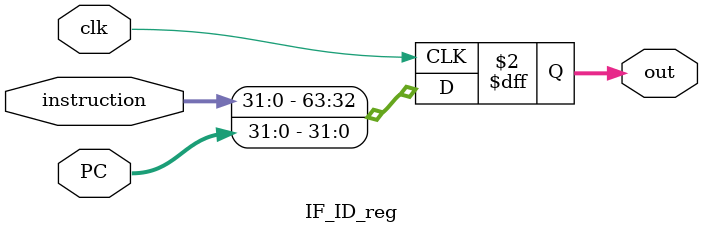
<source format=v>
`timescale 1ns / 1ps

module IF_ID_reg(
    input clk,
    input [31:0] PC,
    input [31:0] instruction,
    output reg [63:0] out
    );
    
    // Write Operation
    always @ (posedge clk) begin
        #2 // Memory read latency simulation
        out = {instruction, PC};
    end
endmodule

</source>
